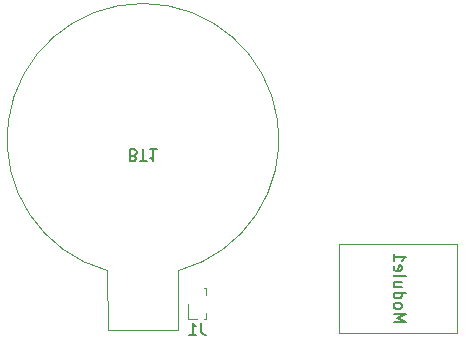
<source format=gbo>
%TF.GenerationSoftware,KiCad,Pcbnew,7.0.10*%
%TF.CreationDate,2024-03-16T13:48:46+09:00*%
%TF.ProjectId,damecan,64616d65-6361-46e2-9e6b-696361645f70,rev?*%
%TF.SameCoordinates,Original*%
%TF.FileFunction,Legend,Bot*%
%TF.FilePolarity,Positive*%
%FSLAX46Y46*%
G04 Gerber Fmt 4.6, Leading zero omitted, Abs format (unit mm)*
G04 Created by KiCad (PCBNEW 7.0.10) date 2024-03-16 13:48:46*
%MOMM*%
%LPD*%
G01*
G04 APERTURE LIST*
%ADD10C,0.150000*%
%ADD11C,0.100000*%
%ADD12C,0.120000*%
G04 APERTURE END LIST*
D10*
X167514285Y-84368990D02*
X167657142Y-84321371D01*
X167657142Y-84321371D02*
X167704761Y-84273752D01*
X167704761Y-84273752D02*
X167752380Y-84178514D01*
X167752380Y-84178514D02*
X167752380Y-84035657D01*
X167752380Y-84035657D02*
X167704761Y-83940419D01*
X167704761Y-83940419D02*
X167657142Y-83892800D01*
X167657142Y-83892800D02*
X167561904Y-83845180D01*
X167561904Y-83845180D02*
X167180952Y-83845180D01*
X167180952Y-83845180D02*
X167180952Y-84845180D01*
X167180952Y-84845180D02*
X167514285Y-84845180D01*
X167514285Y-84845180D02*
X167609523Y-84797561D01*
X167609523Y-84797561D02*
X167657142Y-84749942D01*
X167657142Y-84749942D02*
X167704761Y-84654704D01*
X167704761Y-84654704D02*
X167704761Y-84559466D01*
X167704761Y-84559466D02*
X167657142Y-84464228D01*
X167657142Y-84464228D02*
X167609523Y-84416609D01*
X167609523Y-84416609D02*
X167514285Y-84368990D01*
X167514285Y-84368990D02*
X167180952Y-84368990D01*
X168038095Y-84845180D02*
X168609523Y-84845180D01*
X168323809Y-83845180D02*
X168323809Y-84845180D01*
X169466666Y-83845180D02*
X168895238Y-83845180D01*
X169180952Y-83845180D02*
X169180952Y-84845180D01*
X169180952Y-84845180D02*
X169085714Y-84702323D01*
X169085714Y-84702323D02*
X168990476Y-84607085D01*
X168990476Y-84607085D02*
X168895238Y-84559466D01*
X189545180Y-98457142D02*
X190545180Y-98457142D01*
X190545180Y-98457142D02*
X189830895Y-98123809D01*
X189830895Y-98123809D02*
X190545180Y-97790476D01*
X190545180Y-97790476D02*
X189545180Y-97790476D01*
X189545180Y-97171428D02*
X189592800Y-97266666D01*
X189592800Y-97266666D02*
X189640419Y-97314285D01*
X189640419Y-97314285D02*
X189735657Y-97361904D01*
X189735657Y-97361904D02*
X190021371Y-97361904D01*
X190021371Y-97361904D02*
X190116609Y-97314285D01*
X190116609Y-97314285D02*
X190164228Y-97266666D01*
X190164228Y-97266666D02*
X190211847Y-97171428D01*
X190211847Y-97171428D02*
X190211847Y-97028571D01*
X190211847Y-97028571D02*
X190164228Y-96933333D01*
X190164228Y-96933333D02*
X190116609Y-96885714D01*
X190116609Y-96885714D02*
X190021371Y-96838095D01*
X190021371Y-96838095D02*
X189735657Y-96838095D01*
X189735657Y-96838095D02*
X189640419Y-96885714D01*
X189640419Y-96885714D02*
X189592800Y-96933333D01*
X189592800Y-96933333D02*
X189545180Y-97028571D01*
X189545180Y-97028571D02*
X189545180Y-97171428D01*
X189545180Y-95980952D02*
X190545180Y-95980952D01*
X189592800Y-95980952D02*
X189545180Y-96076190D01*
X189545180Y-96076190D02*
X189545180Y-96266666D01*
X189545180Y-96266666D02*
X189592800Y-96361904D01*
X189592800Y-96361904D02*
X189640419Y-96409523D01*
X189640419Y-96409523D02*
X189735657Y-96457142D01*
X189735657Y-96457142D02*
X190021371Y-96457142D01*
X190021371Y-96457142D02*
X190116609Y-96409523D01*
X190116609Y-96409523D02*
X190164228Y-96361904D01*
X190164228Y-96361904D02*
X190211847Y-96266666D01*
X190211847Y-96266666D02*
X190211847Y-96076190D01*
X190211847Y-96076190D02*
X190164228Y-95980952D01*
X190211847Y-95076190D02*
X189545180Y-95076190D01*
X190211847Y-95504761D02*
X189688038Y-95504761D01*
X189688038Y-95504761D02*
X189592800Y-95457142D01*
X189592800Y-95457142D02*
X189545180Y-95361904D01*
X189545180Y-95361904D02*
X189545180Y-95219047D01*
X189545180Y-95219047D02*
X189592800Y-95123809D01*
X189592800Y-95123809D02*
X189640419Y-95076190D01*
X189545180Y-94457142D02*
X189592800Y-94552380D01*
X189592800Y-94552380D02*
X189688038Y-94599999D01*
X189688038Y-94599999D02*
X190545180Y-94599999D01*
X189592800Y-93695237D02*
X189545180Y-93790475D01*
X189545180Y-93790475D02*
X189545180Y-93980951D01*
X189545180Y-93980951D02*
X189592800Y-94076189D01*
X189592800Y-94076189D02*
X189688038Y-94123808D01*
X189688038Y-94123808D02*
X190068990Y-94123808D01*
X190068990Y-94123808D02*
X190164228Y-94076189D01*
X190164228Y-94076189D02*
X190211847Y-93980951D01*
X190211847Y-93980951D02*
X190211847Y-93790475D01*
X190211847Y-93790475D02*
X190164228Y-93695237D01*
X190164228Y-93695237D02*
X190068990Y-93647618D01*
X190068990Y-93647618D02*
X189973752Y-93647618D01*
X189973752Y-93647618D02*
X189878514Y-94123808D01*
X189545180Y-92695237D02*
X189545180Y-93266665D01*
X189545180Y-92980951D02*
X190545180Y-92980951D01*
X190545180Y-92980951D02*
X190402323Y-93076189D01*
X190402323Y-93076189D02*
X190307085Y-93171427D01*
X190307085Y-93171427D02*
X190259466Y-93266665D01*
X173233333Y-98554819D02*
X173233333Y-99269104D01*
X173233333Y-99269104D02*
X173280952Y-99411961D01*
X173280952Y-99411961D02*
X173376190Y-99507200D01*
X173376190Y-99507200D02*
X173519047Y-99554819D01*
X173519047Y-99554819D02*
X173614285Y-99554819D01*
X172233333Y-99554819D02*
X172804761Y-99554819D01*
X172519047Y-99554819D02*
X172519047Y-98554819D01*
X172519047Y-98554819D02*
X172614285Y-98697676D01*
X172614285Y-98697676D02*
X172709523Y-98792914D01*
X172709523Y-98792914D02*
X172804761Y-98840533D01*
D11*
%TO.C,BT1*%
X165300000Y-99150000D02*
X165290000Y-94108376D01*
X171300000Y-99150000D02*
X165300000Y-99150000D01*
X171302791Y-94110327D02*
X171300000Y-99150000D01*
X171302791Y-94110327D02*
G75*
G03*
X165290000Y-94108376I-3002791J11110327D01*
G01*
%TO.C,Module1*%
X184890000Y-91890000D02*
X194890000Y-91890000D01*
X194890000Y-91890000D02*
X194890000Y-99390000D01*
X194890000Y-99390000D02*
X184890000Y-99390000D01*
X184890000Y-99390000D02*
X184890000Y-91890000D01*
D12*
%TO.C,J1*%
X173595000Y-95570000D02*
X173595000Y-96140000D01*
X173475000Y-95570000D02*
X173595000Y-95570000D01*
X172140000Y-96900000D02*
X172140000Y-98230000D01*
X173595000Y-97660000D02*
X173595000Y-98230000D01*
X173475000Y-98230000D02*
X173595000Y-98230000D01*
X172140000Y-98230000D02*
X172900000Y-98230000D01*
%TD*%
M02*

</source>
